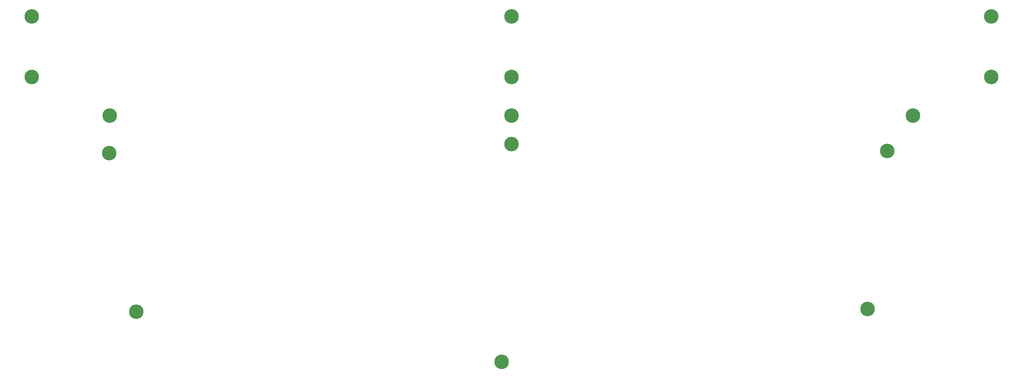
<source format=gbr>
G04 #@! TF.GenerationSoftware,KiCad,Pcbnew,(6.0.2)*
G04 #@! TF.CreationDate,2022-04-10T20:10:07+05:30*
G04 #@! TF.ProjectId,discipline-pcb,64697363-6970-46c6-996e-652d7063622e,rev?*
G04 #@! TF.SameCoordinates,Original*
G04 #@! TF.FileFunction,Soldermask,Bot*
G04 #@! TF.FilePolarity,Negative*
%FSLAX46Y46*%
G04 Gerber Fmt 4.6, Leading zero omitted, Abs format (unit mm)*
G04 Created by KiCad (PCBNEW (6.0.2)) date 2022-04-10 20:10:07*
%MOMM*%
%LPD*%
G01*
G04 APERTURE LIST*
%ADD10C,4.502000*%
G04 APERTURE END LIST*
D10*
X57766382Y-80444750D03*
X57766382Y-61694750D03*
X354660309Y-61694750D03*
X354660309Y-80444750D03*
X90144600Y-152984200D03*
X316382400Y-152120600D03*
X81762600Y-104013000D03*
X322478400Y-103327200D03*
X206213345Y-101219000D03*
X206213345Y-80444750D03*
X206213345Y-61694750D03*
X203200000Y-168452800D03*
X330453369Y-92373872D03*
X81973322Y-92373872D03*
X206213345Y-92373872D03*
M02*

</source>
